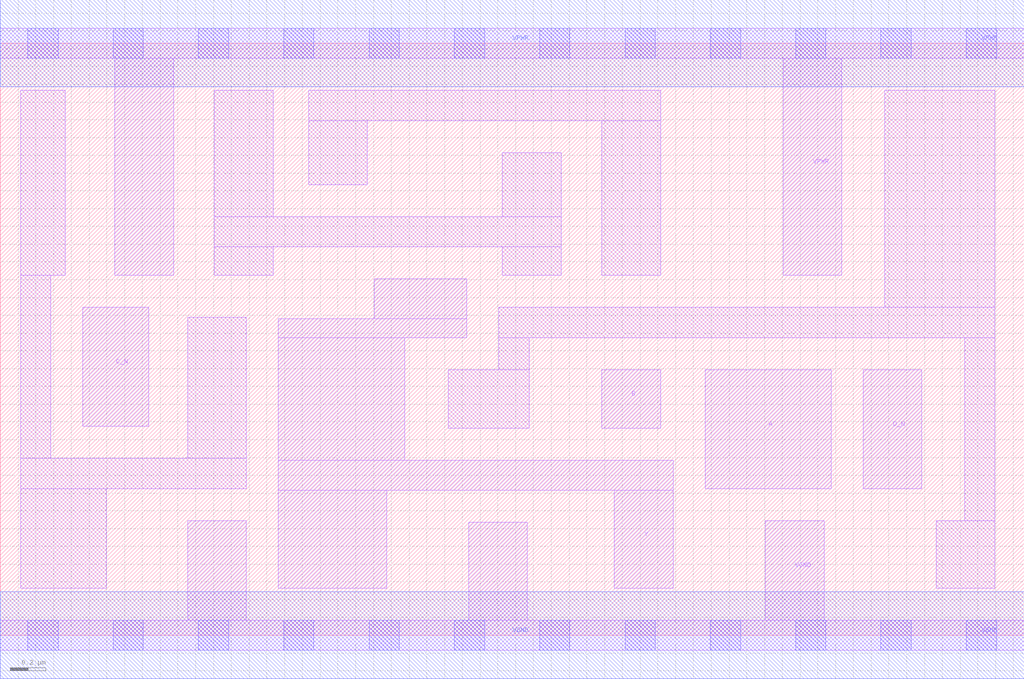
<source format=lef>
# Copyright 2020 The SkyWater PDK Authors
#
# Licensed under the Apache License, Version 2.0 (the "License");
# you may not use this file except in compliance with the License.
# You may obtain a copy of the License at
#
#     https://www.apache.org/licenses/LICENSE-2.0
#
# Unless required by applicable law or agreed to in writing, software
# distributed under the License is distributed on an "AS IS" BASIS,
# WITHOUT WARRANTIES OR CONDITIONS OF ANY KIND, either express or implied.
# See the License for the specific language governing permissions and
# limitations under the License.
#
# SPDX-License-Identifier: Apache-2.0

VERSION 5.7 ;
  NAMESCASESENSITIVE ON ;
  NOWIREEXTENSIONATPIN ON ;
  DIVIDERCHAR "/" ;
  BUSBITCHARS "[]" ;
UNITS
  DATABASE MICRONS 200 ;
END UNITS
MACRO sky130_fd_sc_lp__nor4bb_lp
  CLASS CORE ;
  SOURCE USER ;
  FOREIGN sky130_fd_sc_lp__nor4bb_lp ;
  ORIGIN  0.000000  0.000000 ;
  SIZE  5.760000 BY  3.330000 ;
  SYMMETRY X Y R90 ;
  SITE unit ;
  PIN A
    ANTENNAGATEAREA  0.376000 ;
    DIRECTION INPUT ;
    USE SIGNAL ;
    PORT
      LAYER li1 ;
        RECT 3.965000 0.825000 4.675000 1.495000 ;
    END
  END A
  PIN B
    ANTENNAGATEAREA  0.376000 ;
    DIRECTION INPUT ;
    USE SIGNAL ;
    PORT
      LAYER li1 ;
        RECT 3.385000 1.165000 3.715000 1.495000 ;
    END
  END B
  PIN C_N
    ANTENNAGATEAREA  0.376000 ;
    DIRECTION INPUT ;
    USE SIGNAL ;
    PORT
      LAYER li1 ;
        RECT 0.465000 1.175000 0.835000 1.845000 ;
    END
  END C_N
  PIN D_N
    ANTENNAGATEAREA  0.376000 ;
    DIRECTION INPUT ;
    USE SIGNAL ;
    PORT
      LAYER li1 ;
        RECT 4.855000 0.825000 5.185000 1.495000 ;
    END
  END D_N
  PIN Y
    ANTENNADIFFAREA  0.520200 ;
    DIRECTION OUTPUT ;
    USE SIGNAL ;
    PORT
      LAYER li1 ;
        RECT 1.565000 0.265000 2.175000 0.815000 ;
        RECT 1.565000 0.815000 3.785000 0.985000 ;
        RECT 1.565000 0.985000 2.275000 1.675000 ;
        RECT 1.565000 1.675000 2.625000 1.780000 ;
        RECT 2.105000 1.780000 2.625000 2.005000 ;
        RECT 3.455000 0.265000 3.785000 0.815000 ;
    END
  END Y
  PIN VGND
    DIRECTION INOUT ;
    USE GROUND ;
    PORT
      LAYER li1 ;
        RECT 0.000000 -0.085000 5.760000 0.085000 ;
        RECT 1.055000  0.085000 1.385000 0.645000 ;
        RECT 2.635000  0.085000 2.965000 0.635000 ;
        RECT 4.305000  0.085000 4.635000 0.645000 ;
      LAYER mcon ;
        RECT 0.155000 -0.085000 0.325000 0.085000 ;
        RECT 0.635000 -0.085000 0.805000 0.085000 ;
        RECT 1.115000 -0.085000 1.285000 0.085000 ;
        RECT 1.595000 -0.085000 1.765000 0.085000 ;
        RECT 2.075000 -0.085000 2.245000 0.085000 ;
        RECT 2.555000 -0.085000 2.725000 0.085000 ;
        RECT 3.035000 -0.085000 3.205000 0.085000 ;
        RECT 3.515000 -0.085000 3.685000 0.085000 ;
        RECT 3.995000 -0.085000 4.165000 0.085000 ;
        RECT 4.475000 -0.085000 4.645000 0.085000 ;
        RECT 4.955000 -0.085000 5.125000 0.085000 ;
        RECT 5.435000 -0.085000 5.605000 0.085000 ;
      LAYER met1 ;
        RECT 0.000000 -0.245000 5.760000 0.245000 ;
    END
  END VGND
  PIN VPWR
    DIRECTION INOUT ;
    USE POWER ;
    PORT
      LAYER li1 ;
        RECT 0.000000 3.245000 5.760000 3.415000 ;
        RECT 0.645000 2.025000 0.975000 3.245000 ;
        RECT 4.405000 2.025000 4.735000 3.245000 ;
      LAYER mcon ;
        RECT 0.155000 3.245000 0.325000 3.415000 ;
        RECT 0.635000 3.245000 0.805000 3.415000 ;
        RECT 1.115000 3.245000 1.285000 3.415000 ;
        RECT 1.595000 3.245000 1.765000 3.415000 ;
        RECT 2.075000 3.245000 2.245000 3.415000 ;
        RECT 2.555000 3.245000 2.725000 3.415000 ;
        RECT 3.035000 3.245000 3.205000 3.415000 ;
        RECT 3.515000 3.245000 3.685000 3.415000 ;
        RECT 3.995000 3.245000 4.165000 3.415000 ;
        RECT 4.475000 3.245000 4.645000 3.415000 ;
        RECT 4.955000 3.245000 5.125000 3.415000 ;
        RECT 5.435000 3.245000 5.605000 3.415000 ;
      LAYER met1 ;
        RECT 0.000000 3.085000 5.760000 3.575000 ;
    END
  END VPWR
  OBS
    LAYER li1 ;
      RECT 0.115000 0.265000 0.595000 0.825000 ;
      RECT 0.115000 0.825000 1.385000 0.995000 ;
      RECT 0.115000 0.995000 0.285000 2.025000 ;
      RECT 0.115000 2.025000 0.365000 3.065000 ;
      RECT 1.055000 0.995000 1.385000 1.790000 ;
      RECT 1.205000 2.025000 1.535000 2.185000 ;
      RECT 1.205000 2.185000 3.155000 2.355000 ;
      RECT 1.205000 2.355000 1.535000 3.065000 ;
      RECT 1.735000 2.535000 2.065000 2.895000 ;
      RECT 1.735000 2.895000 3.715000 3.065000 ;
      RECT 2.520000 1.165000 2.975000 1.495000 ;
      RECT 2.805000 1.495000 2.975000 1.675000 ;
      RECT 2.805000 1.675000 5.595000 1.845000 ;
      RECT 2.825000 2.025000 3.155000 2.185000 ;
      RECT 2.825000 2.355000 3.155000 2.715000 ;
      RECT 3.385000 2.025000 3.715000 2.895000 ;
      RECT 4.975000 1.845000 5.595000 3.065000 ;
      RECT 5.265000 0.265000 5.595000 0.645000 ;
      RECT 5.425000 0.645000 5.595000 1.675000 ;
  END
END sky130_fd_sc_lp__nor4bb_lp

</source>
